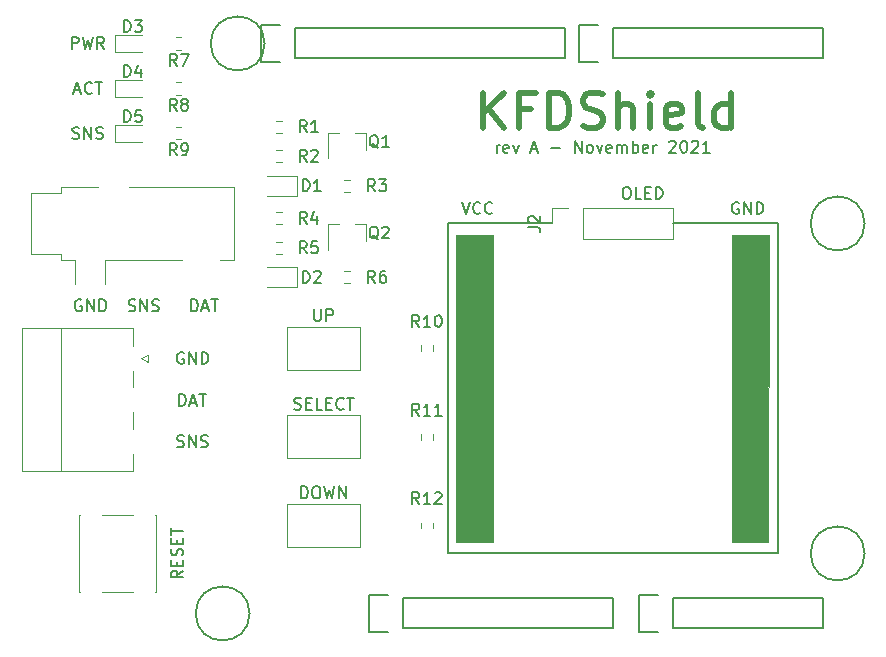
<source format=gbr>
%TF.GenerationSoftware,KiCad,Pcbnew,(5.1.10)-1*%
%TF.CreationDate,2021-11-04T15:07:12-05:00*%
%TF.ProjectId,KVLShield,4b564c53-6869-4656-9c64-2e6b69636164,1.0*%
%TF.SameCoordinates,Original*%
%TF.FileFunction,Legend,Top*%
%TF.FilePolarity,Positive*%
%FSLAX46Y46*%
G04 Gerber Fmt 4.6, Leading zero omitted, Abs format (unit mm)*
G04 Created by KiCad (PCBNEW (5.1.10)-1) date 2021-11-04 15:07:12*
%MOMM*%
%LPD*%
G01*
G04 APERTURE LIST*
%ADD10C,0.150000*%
%ADD11C,0.500000*%
%ADD12C,0.100000*%
%ADD13C,0.120000*%
G04 APERTURE END LIST*
D10*
X148163595Y-84817380D02*
X148163595Y-84150714D01*
X148163595Y-84341190D02*
X148211214Y-84245952D01*
X148258833Y-84198333D01*
X148354071Y-84150714D01*
X148449309Y-84150714D01*
X149163595Y-84769761D02*
X149068357Y-84817380D01*
X148877880Y-84817380D01*
X148782642Y-84769761D01*
X148735023Y-84674523D01*
X148735023Y-84293571D01*
X148782642Y-84198333D01*
X148877880Y-84150714D01*
X149068357Y-84150714D01*
X149163595Y-84198333D01*
X149211214Y-84293571D01*
X149211214Y-84388809D01*
X148735023Y-84484047D01*
X149544547Y-84150714D02*
X149782642Y-84817380D01*
X150020738Y-84150714D01*
X151115976Y-84531666D02*
X151592166Y-84531666D01*
X151020738Y-84817380D02*
X151354071Y-83817380D01*
X151687404Y-84817380D01*
X152782642Y-84436428D02*
X153544547Y-84436428D01*
X154782642Y-84817380D02*
X154782642Y-83817380D01*
X155354071Y-84817380D01*
X155354071Y-83817380D01*
X155973119Y-84817380D02*
X155877880Y-84769761D01*
X155830261Y-84722142D01*
X155782642Y-84626904D01*
X155782642Y-84341190D01*
X155830261Y-84245952D01*
X155877880Y-84198333D01*
X155973119Y-84150714D01*
X156115976Y-84150714D01*
X156211214Y-84198333D01*
X156258833Y-84245952D01*
X156306452Y-84341190D01*
X156306452Y-84626904D01*
X156258833Y-84722142D01*
X156211214Y-84769761D01*
X156115976Y-84817380D01*
X155973119Y-84817380D01*
X156639785Y-84150714D02*
X156877880Y-84817380D01*
X157115976Y-84150714D01*
X157877880Y-84769761D02*
X157782642Y-84817380D01*
X157592166Y-84817380D01*
X157496928Y-84769761D01*
X157449309Y-84674523D01*
X157449309Y-84293571D01*
X157496928Y-84198333D01*
X157592166Y-84150714D01*
X157782642Y-84150714D01*
X157877880Y-84198333D01*
X157925500Y-84293571D01*
X157925500Y-84388809D01*
X157449309Y-84484047D01*
X158354071Y-84817380D02*
X158354071Y-84150714D01*
X158354071Y-84245952D02*
X158401690Y-84198333D01*
X158496928Y-84150714D01*
X158639785Y-84150714D01*
X158735023Y-84198333D01*
X158782642Y-84293571D01*
X158782642Y-84817380D01*
X158782642Y-84293571D02*
X158830261Y-84198333D01*
X158925500Y-84150714D01*
X159068357Y-84150714D01*
X159163595Y-84198333D01*
X159211214Y-84293571D01*
X159211214Y-84817380D01*
X159687404Y-84817380D02*
X159687404Y-83817380D01*
X159687404Y-84198333D02*
X159782642Y-84150714D01*
X159973119Y-84150714D01*
X160068357Y-84198333D01*
X160115976Y-84245952D01*
X160163595Y-84341190D01*
X160163595Y-84626904D01*
X160115976Y-84722142D01*
X160068357Y-84769761D01*
X159973119Y-84817380D01*
X159782642Y-84817380D01*
X159687404Y-84769761D01*
X160973119Y-84769761D02*
X160877880Y-84817380D01*
X160687404Y-84817380D01*
X160592166Y-84769761D01*
X160544547Y-84674523D01*
X160544547Y-84293571D01*
X160592166Y-84198333D01*
X160687404Y-84150714D01*
X160877880Y-84150714D01*
X160973119Y-84198333D01*
X161020738Y-84293571D01*
X161020738Y-84388809D01*
X160544547Y-84484047D01*
X161449309Y-84817380D02*
X161449309Y-84150714D01*
X161449309Y-84341190D02*
X161496928Y-84245952D01*
X161544547Y-84198333D01*
X161639785Y-84150714D01*
X161735023Y-84150714D01*
X162782642Y-83912619D02*
X162830261Y-83865000D01*
X162925500Y-83817380D01*
X163163595Y-83817380D01*
X163258833Y-83865000D01*
X163306452Y-83912619D01*
X163354071Y-84007857D01*
X163354071Y-84103095D01*
X163306452Y-84245952D01*
X162735023Y-84817380D01*
X163354071Y-84817380D01*
X163973119Y-83817380D02*
X164068357Y-83817380D01*
X164163595Y-83865000D01*
X164211214Y-83912619D01*
X164258833Y-84007857D01*
X164306452Y-84198333D01*
X164306452Y-84436428D01*
X164258833Y-84626904D01*
X164211214Y-84722142D01*
X164163595Y-84769761D01*
X164068357Y-84817380D01*
X163973119Y-84817380D01*
X163877880Y-84769761D01*
X163830261Y-84722142D01*
X163782642Y-84626904D01*
X163735023Y-84436428D01*
X163735023Y-84198333D01*
X163782642Y-84007857D01*
X163830261Y-83912619D01*
X163877880Y-83865000D01*
X163973119Y-83817380D01*
X164687404Y-83912619D02*
X164735023Y-83865000D01*
X164830261Y-83817380D01*
X165068357Y-83817380D01*
X165163595Y-83865000D01*
X165211214Y-83912619D01*
X165258833Y-84007857D01*
X165258833Y-84103095D01*
X165211214Y-84245952D01*
X164639785Y-84817380D01*
X165258833Y-84817380D01*
X166211214Y-84817380D02*
X165639785Y-84817380D01*
X165925500Y-84817380D02*
X165925500Y-83817380D01*
X165830261Y-83960238D01*
X165735023Y-84055476D01*
X165639785Y-84103095D01*
D11*
X147037285Y-82722142D02*
X147037285Y-79722142D01*
X148751571Y-82722142D02*
X147465857Y-81007857D01*
X148751571Y-79722142D02*
X147037285Y-81436428D01*
X151037285Y-81150714D02*
X150037285Y-81150714D01*
X150037285Y-82722142D02*
X150037285Y-79722142D01*
X151465857Y-79722142D01*
X152608714Y-82722142D02*
X152608714Y-79722142D01*
X153323000Y-79722142D01*
X153751571Y-79865000D01*
X154037285Y-80150714D01*
X154180142Y-80436428D01*
X154323000Y-81007857D01*
X154323000Y-81436428D01*
X154180142Y-82007857D01*
X154037285Y-82293571D01*
X153751571Y-82579285D01*
X153323000Y-82722142D01*
X152608714Y-82722142D01*
X155465857Y-82579285D02*
X155894428Y-82722142D01*
X156608714Y-82722142D01*
X156894428Y-82579285D01*
X157037285Y-82436428D01*
X157180142Y-82150714D01*
X157180142Y-81865000D01*
X157037285Y-81579285D01*
X156894428Y-81436428D01*
X156608714Y-81293571D01*
X156037285Y-81150714D01*
X155751571Y-81007857D01*
X155608714Y-80865000D01*
X155465857Y-80579285D01*
X155465857Y-80293571D01*
X155608714Y-80007857D01*
X155751571Y-79865000D01*
X156037285Y-79722142D01*
X156751571Y-79722142D01*
X157180142Y-79865000D01*
X158465857Y-82722142D02*
X158465857Y-79722142D01*
X159751571Y-82722142D02*
X159751571Y-81150714D01*
X159608714Y-80865000D01*
X159323000Y-80722142D01*
X158894428Y-80722142D01*
X158608714Y-80865000D01*
X158465857Y-81007857D01*
X161180142Y-82722142D02*
X161180142Y-80722142D01*
X161180142Y-79722142D02*
X161037285Y-79865000D01*
X161180142Y-80007857D01*
X161323000Y-79865000D01*
X161180142Y-79722142D01*
X161180142Y-80007857D01*
X163751571Y-82579285D02*
X163465857Y-82722142D01*
X162894428Y-82722142D01*
X162608714Y-82579285D01*
X162465857Y-82293571D01*
X162465857Y-81150714D01*
X162608714Y-80865000D01*
X162894428Y-80722142D01*
X163465857Y-80722142D01*
X163751571Y-80865000D01*
X163894428Y-81150714D01*
X163894428Y-81436428D01*
X162465857Y-81722142D01*
X165608714Y-82722142D02*
X165323000Y-82579285D01*
X165180142Y-82293571D01*
X165180142Y-79722142D01*
X168037285Y-82722142D02*
X168037285Y-79722142D01*
X168037285Y-82579285D02*
X167751571Y-82722142D01*
X167180142Y-82722142D01*
X166894428Y-82579285D01*
X166751571Y-82436428D01*
X166608714Y-82150714D01*
X166608714Y-81293571D01*
X166751571Y-81007857D01*
X166894428Y-80865000D01*
X167180142Y-80722142D01*
X167751571Y-80722142D01*
X168037285Y-80865000D01*
D10*
X131617047Y-114067380D02*
X131617047Y-113067380D01*
X131855142Y-113067380D01*
X131998000Y-113115000D01*
X132093238Y-113210238D01*
X132140857Y-113305476D01*
X132188476Y-113495952D01*
X132188476Y-113638809D01*
X132140857Y-113829285D01*
X132093238Y-113924523D01*
X131998000Y-114019761D01*
X131855142Y-114067380D01*
X131617047Y-114067380D01*
X132807523Y-113067380D02*
X132998000Y-113067380D01*
X133093238Y-113115000D01*
X133188476Y-113210238D01*
X133236095Y-113400714D01*
X133236095Y-113734047D01*
X133188476Y-113924523D01*
X133093238Y-114019761D01*
X132998000Y-114067380D01*
X132807523Y-114067380D01*
X132712285Y-114019761D01*
X132617047Y-113924523D01*
X132569428Y-113734047D01*
X132569428Y-113400714D01*
X132617047Y-113210238D01*
X132712285Y-113115000D01*
X132807523Y-113067380D01*
X133569428Y-113067380D02*
X133807523Y-114067380D01*
X133998000Y-113353095D01*
X134188476Y-114067380D01*
X134426571Y-113067380D01*
X134807523Y-114067380D02*
X134807523Y-113067380D01*
X135378952Y-114067380D01*
X135378952Y-113067380D01*
X131021809Y-106519761D02*
X131164666Y-106567380D01*
X131402761Y-106567380D01*
X131498000Y-106519761D01*
X131545619Y-106472142D01*
X131593238Y-106376904D01*
X131593238Y-106281666D01*
X131545619Y-106186428D01*
X131498000Y-106138809D01*
X131402761Y-106091190D01*
X131212285Y-106043571D01*
X131117047Y-105995952D01*
X131069428Y-105948333D01*
X131021809Y-105853095D01*
X131021809Y-105757857D01*
X131069428Y-105662619D01*
X131117047Y-105615000D01*
X131212285Y-105567380D01*
X131450380Y-105567380D01*
X131593238Y-105615000D01*
X132021809Y-106043571D02*
X132355142Y-106043571D01*
X132498000Y-106567380D02*
X132021809Y-106567380D01*
X132021809Y-105567380D01*
X132498000Y-105567380D01*
X133402761Y-106567380D02*
X132926571Y-106567380D01*
X132926571Y-105567380D01*
X133736095Y-106043571D02*
X134069428Y-106043571D01*
X134212285Y-106567380D02*
X133736095Y-106567380D01*
X133736095Y-105567380D01*
X134212285Y-105567380D01*
X135212285Y-106472142D02*
X135164666Y-106519761D01*
X135021809Y-106567380D01*
X134926571Y-106567380D01*
X134783714Y-106519761D01*
X134688476Y-106424523D01*
X134640857Y-106329285D01*
X134593238Y-106138809D01*
X134593238Y-105995952D01*
X134640857Y-105805476D01*
X134688476Y-105710238D01*
X134783714Y-105615000D01*
X134926571Y-105567380D01*
X135021809Y-105567380D01*
X135164666Y-105615000D01*
X135212285Y-105662619D01*
X135498000Y-105567380D02*
X136069428Y-105567380D01*
X135783714Y-106567380D02*
X135783714Y-105567380D01*
X132712285Y-98067380D02*
X132712285Y-98876904D01*
X132759904Y-98972142D01*
X132807523Y-99019761D01*
X132902761Y-99067380D01*
X133093238Y-99067380D01*
X133188476Y-99019761D01*
X133236095Y-98972142D01*
X133283714Y-98876904D01*
X133283714Y-98067380D01*
X133759904Y-99067380D02*
X133759904Y-98067380D01*
X134140857Y-98067380D01*
X134236095Y-98115000D01*
X134283714Y-98162619D01*
X134331333Y-98257857D01*
X134331333Y-98400714D01*
X134283714Y-98495952D01*
X134236095Y-98543571D01*
X134140857Y-98591190D01*
X133759904Y-98591190D01*
X145224666Y-88987380D02*
X145558000Y-89987380D01*
X145891333Y-88987380D01*
X146796095Y-89892142D02*
X146748476Y-89939761D01*
X146605619Y-89987380D01*
X146510380Y-89987380D01*
X146367523Y-89939761D01*
X146272285Y-89844523D01*
X146224666Y-89749285D01*
X146177047Y-89558809D01*
X146177047Y-89415952D01*
X146224666Y-89225476D01*
X146272285Y-89130238D01*
X146367523Y-89035000D01*
X146510380Y-88987380D01*
X146605619Y-88987380D01*
X146748476Y-89035000D01*
X146796095Y-89082619D01*
X147796095Y-89892142D02*
X147748476Y-89939761D01*
X147605619Y-89987380D01*
X147510380Y-89987380D01*
X147367523Y-89939761D01*
X147272285Y-89844523D01*
X147224666Y-89749285D01*
X147177047Y-89558809D01*
X147177047Y-89415952D01*
X147224666Y-89225476D01*
X147272285Y-89130238D01*
X147367523Y-89035000D01*
X147510380Y-88987380D01*
X147605619Y-88987380D01*
X147748476Y-89035000D01*
X147796095Y-89082619D01*
X168656095Y-89035000D02*
X168560857Y-88987380D01*
X168418000Y-88987380D01*
X168275142Y-89035000D01*
X168179904Y-89130238D01*
X168132285Y-89225476D01*
X168084666Y-89415952D01*
X168084666Y-89558809D01*
X168132285Y-89749285D01*
X168179904Y-89844523D01*
X168275142Y-89939761D01*
X168418000Y-89987380D01*
X168513238Y-89987380D01*
X168656095Y-89939761D01*
X168703714Y-89892142D01*
X168703714Y-89558809D01*
X168513238Y-89558809D01*
X169132285Y-89987380D02*
X169132285Y-88987380D01*
X169703714Y-89987380D01*
X169703714Y-88987380D01*
X170179904Y-89987380D02*
X170179904Y-88987380D01*
X170418000Y-88987380D01*
X170560857Y-89035000D01*
X170656095Y-89130238D01*
X170703714Y-89225476D01*
X170751333Y-89415952D01*
X170751333Y-89558809D01*
X170703714Y-89749285D01*
X170656095Y-89844523D01*
X170560857Y-89939761D01*
X170418000Y-89987380D01*
X170179904Y-89987380D01*
D12*
G36*
X171206905Y-91819668D02*
G01*
X171157252Y-117774831D01*
X168098867Y-117771507D01*
X168088162Y-91823680D01*
X168101792Y-91816865D01*
X168098656Y-91816344D01*
X171206905Y-91819668D01*
G37*
X171206905Y-91819668D02*
X171157252Y-117774831D01*
X168098867Y-117771507D01*
X168088162Y-91823680D01*
X168101792Y-91816865D01*
X168098656Y-91816344D01*
X171206905Y-91819668D01*
G36*
X147869342Y-91797418D02*
G01*
X147819689Y-117752581D01*
X144761304Y-117749257D01*
X144750599Y-91801430D01*
X144764229Y-91794615D01*
X144761093Y-91794094D01*
X147869342Y-91797418D01*
G37*
X147869342Y-91797418D02*
X147819689Y-117752581D01*
X144761304Y-117749257D01*
X144750599Y-91801430D01*
X144764229Y-91794615D01*
X144761093Y-91794094D01*
X147869342Y-91797418D01*
D10*
X144018000Y-90805000D02*
X152848000Y-90805000D01*
X171958000Y-90805000D02*
X163068000Y-90805000D01*
X171958000Y-118745000D02*
X171958000Y-90805000D01*
X144018000Y-118745000D02*
X171958000Y-118745000D01*
X144018000Y-90805000D02*
X144018000Y-118745000D01*
X121610380Y-120197380D02*
X121134190Y-120530714D01*
X121610380Y-120768809D02*
X120610380Y-120768809D01*
X120610380Y-120387857D01*
X120658000Y-120292619D01*
X120705619Y-120245000D01*
X120800857Y-120197380D01*
X120943714Y-120197380D01*
X121038952Y-120245000D01*
X121086571Y-120292619D01*
X121134190Y-120387857D01*
X121134190Y-120768809D01*
X121086571Y-119768809D02*
X121086571Y-119435476D01*
X121610380Y-119292619D02*
X121610380Y-119768809D01*
X120610380Y-119768809D01*
X120610380Y-119292619D01*
X121562761Y-118911666D02*
X121610380Y-118768809D01*
X121610380Y-118530714D01*
X121562761Y-118435476D01*
X121515142Y-118387857D01*
X121419904Y-118340238D01*
X121324666Y-118340238D01*
X121229428Y-118387857D01*
X121181809Y-118435476D01*
X121134190Y-118530714D01*
X121086571Y-118721190D01*
X121038952Y-118816428D01*
X120991333Y-118864047D01*
X120896095Y-118911666D01*
X120800857Y-118911666D01*
X120705619Y-118864047D01*
X120658000Y-118816428D01*
X120610380Y-118721190D01*
X120610380Y-118483095D01*
X120658000Y-118340238D01*
X121086571Y-117911666D02*
X121086571Y-117578333D01*
X121610380Y-117435476D02*
X121610380Y-117911666D01*
X120610380Y-117911666D01*
X120610380Y-117435476D01*
X120610380Y-117149761D02*
X120610380Y-116578333D01*
X121610380Y-116864047D02*
X120610380Y-116864047D01*
X113012560Y-97287607D02*
X112917321Y-97239987D01*
X112774464Y-97239987D01*
X112631607Y-97287607D01*
X112536369Y-97382845D01*
X112488750Y-97478083D01*
X112441131Y-97668559D01*
X112441131Y-97811416D01*
X112488750Y-98001892D01*
X112536369Y-98097130D01*
X112631607Y-98192368D01*
X112774464Y-98239987D01*
X112869702Y-98239987D01*
X113012560Y-98192368D01*
X113060179Y-98144749D01*
X113060179Y-97811416D01*
X112869702Y-97811416D01*
X113488750Y-98239987D02*
X113488750Y-97239987D01*
X114060179Y-98239987D01*
X114060179Y-97239987D01*
X114536369Y-98239987D02*
X114536369Y-97239987D01*
X114774464Y-97239987D01*
X114917321Y-97287607D01*
X115012560Y-97382845D01*
X115060179Y-97478083D01*
X115107798Y-97668559D01*
X115107798Y-97811416D01*
X115060179Y-98001892D01*
X115012560Y-98097130D01*
X114917321Y-98192368D01*
X114774464Y-98239987D01*
X114536369Y-98239987D01*
X117012560Y-98192368D02*
X117155417Y-98239987D01*
X117393512Y-98239987D01*
X117488750Y-98192368D01*
X117536369Y-98144749D01*
X117583988Y-98049511D01*
X117583988Y-97954273D01*
X117536369Y-97859035D01*
X117488750Y-97811416D01*
X117393512Y-97763797D01*
X117203036Y-97716178D01*
X117107798Y-97668559D01*
X117060179Y-97620940D01*
X117012560Y-97525702D01*
X117012560Y-97430464D01*
X117060179Y-97335226D01*
X117107798Y-97287607D01*
X117203036Y-97239987D01*
X117441131Y-97239987D01*
X117583988Y-97287607D01*
X118012560Y-98239987D02*
X118012560Y-97239987D01*
X118583988Y-98239987D01*
X118583988Y-97239987D01*
X119012560Y-98192368D02*
X119155417Y-98239987D01*
X119393512Y-98239987D01*
X119488750Y-98192368D01*
X119536369Y-98144749D01*
X119583988Y-98049511D01*
X119583988Y-97954273D01*
X119536369Y-97859035D01*
X119488750Y-97811416D01*
X119393512Y-97763797D01*
X119203036Y-97716178D01*
X119107798Y-97668559D01*
X119060179Y-97620940D01*
X119012560Y-97525702D01*
X119012560Y-97430464D01*
X119060179Y-97335226D01*
X119107798Y-97287607D01*
X119203036Y-97239987D01*
X119441131Y-97239987D01*
X119583988Y-97287607D01*
X122298274Y-98239987D02*
X122298274Y-97239987D01*
X122536369Y-97239987D01*
X122679226Y-97287607D01*
X122774464Y-97382845D01*
X122822083Y-97478083D01*
X122869702Y-97668559D01*
X122869702Y-97811416D01*
X122822083Y-98001892D01*
X122774464Y-98097130D01*
X122679226Y-98192368D01*
X122536369Y-98239987D01*
X122298274Y-98239987D01*
X123250655Y-97954273D02*
X123726845Y-97954273D01*
X123155417Y-98239987D02*
X123488750Y-97239987D01*
X123822083Y-98239987D01*
X124012560Y-97239987D02*
X124583988Y-97239987D01*
X124298274Y-98239987D02*
X124298274Y-97239987D01*
X121281472Y-106258728D02*
X121281472Y-105258728D01*
X121519567Y-105258728D01*
X121662424Y-105306348D01*
X121757662Y-105401586D01*
X121805281Y-105496824D01*
X121852901Y-105687300D01*
X121852901Y-105830157D01*
X121805281Y-106020633D01*
X121757662Y-106115871D01*
X121662424Y-106211109D01*
X121519567Y-106258728D01*
X121281472Y-106258728D01*
X122233853Y-105973014D02*
X122710043Y-105973014D01*
X122138615Y-106258728D02*
X122471948Y-105258728D01*
X122805281Y-106258728D01*
X122995758Y-105258728D02*
X123567186Y-105258728D01*
X123281472Y-106258728D02*
X123281472Y-105258728D01*
X121121803Y-109692957D02*
X121264660Y-109740576D01*
X121502756Y-109740576D01*
X121597994Y-109692957D01*
X121645613Y-109645338D01*
X121693232Y-109550100D01*
X121693232Y-109454862D01*
X121645613Y-109359624D01*
X121597994Y-109312005D01*
X121502756Y-109264386D01*
X121312279Y-109216767D01*
X121217041Y-109169148D01*
X121169422Y-109121529D01*
X121121803Y-109026291D01*
X121121803Y-108931053D01*
X121169422Y-108835815D01*
X121217041Y-108788196D01*
X121312279Y-108740576D01*
X121550375Y-108740576D01*
X121693232Y-108788196D01*
X122121803Y-109740576D02*
X122121803Y-108740576D01*
X122693232Y-109740576D01*
X122693232Y-108740576D01*
X123121803Y-109692957D02*
X123264660Y-109740576D01*
X123502756Y-109740576D01*
X123597994Y-109692957D01*
X123645613Y-109645338D01*
X123693232Y-109550100D01*
X123693232Y-109454862D01*
X123645613Y-109359624D01*
X123597994Y-109312005D01*
X123502756Y-109264386D01*
X123312279Y-109216767D01*
X123217041Y-109169148D01*
X123169422Y-109121529D01*
X123121803Y-109026291D01*
X123121803Y-108931053D01*
X123169422Y-108835815D01*
X123217041Y-108788196D01*
X123312279Y-108740576D01*
X123550375Y-108740576D01*
X123693232Y-108788196D01*
X121666095Y-101735000D02*
X121570857Y-101687380D01*
X121428000Y-101687380D01*
X121285142Y-101735000D01*
X121189904Y-101830238D01*
X121142285Y-101925476D01*
X121094666Y-102115952D01*
X121094666Y-102258809D01*
X121142285Y-102449285D01*
X121189904Y-102544523D01*
X121285142Y-102639761D01*
X121428000Y-102687380D01*
X121523238Y-102687380D01*
X121666095Y-102639761D01*
X121713714Y-102592142D01*
X121713714Y-102258809D01*
X121523238Y-102258809D01*
X122142285Y-102687380D02*
X122142285Y-101687380D01*
X122713714Y-102687380D01*
X122713714Y-101687380D01*
X123189904Y-102687380D02*
X123189904Y-101687380D01*
X123428000Y-101687380D01*
X123570857Y-101735000D01*
X123666095Y-101830238D01*
X123713714Y-101925476D01*
X123761333Y-102115952D01*
X123761333Y-102258809D01*
X123713714Y-102449285D01*
X123666095Y-102544523D01*
X123570857Y-102639761D01*
X123428000Y-102687380D01*
X123189904Y-102687380D01*
X112252285Y-83589761D02*
X112395142Y-83637380D01*
X112633238Y-83637380D01*
X112728476Y-83589761D01*
X112776095Y-83542142D01*
X112823714Y-83446904D01*
X112823714Y-83351666D01*
X112776095Y-83256428D01*
X112728476Y-83208809D01*
X112633238Y-83161190D01*
X112442761Y-83113571D01*
X112347523Y-83065952D01*
X112299904Y-83018333D01*
X112252285Y-82923095D01*
X112252285Y-82827857D01*
X112299904Y-82732619D01*
X112347523Y-82685000D01*
X112442761Y-82637380D01*
X112680857Y-82637380D01*
X112823714Y-82685000D01*
X113252285Y-83637380D02*
X113252285Y-82637380D01*
X113823714Y-83637380D01*
X113823714Y-82637380D01*
X114252285Y-83589761D02*
X114395142Y-83637380D01*
X114633238Y-83637380D01*
X114728476Y-83589761D01*
X114776095Y-83542142D01*
X114823714Y-83446904D01*
X114823714Y-83351666D01*
X114776095Y-83256428D01*
X114728476Y-83208809D01*
X114633238Y-83161190D01*
X114442761Y-83113571D01*
X114347523Y-83065952D01*
X114299904Y-83018333D01*
X114252285Y-82923095D01*
X114252285Y-82827857D01*
X114299904Y-82732619D01*
X114347523Y-82685000D01*
X114442761Y-82637380D01*
X114680857Y-82637380D01*
X114823714Y-82685000D01*
X112418952Y-79541666D02*
X112895142Y-79541666D01*
X112323714Y-79827380D02*
X112657047Y-78827380D01*
X112990380Y-79827380D01*
X113895142Y-79732142D02*
X113847523Y-79779761D01*
X113704666Y-79827380D01*
X113609428Y-79827380D01*
X113466571Y-79779761D01*
X113371333Y-79684523D01*
X113323714Y-79589285D01*
X113276095Y-79398809D01*
X113276095Y-79255952D01*
X113323714Y-79065476D01*
X113371333Y-78970238D01*
X113466571Y-78875000D01*
X113609428Y-78827380D01*
X113704666Y-78827380D01*
X113847523Y-78875000D01*
X113895142Y-78922619D01*
X114180857Y-78827380D02*
X114752285Y-78827380D01*
X114466571Y-79827380D02*
X114466571Y-78827380D01*
X112204666Y-76017380D02*
X112204666Y-75017380D01*
X112585619Y-75017380D01*
X112680857Y-75065000D01*
X112728476Y-75112619D01*
X112776095Y-75207857D01*
X112776095Y-75350714D01*
X112728476Y-75445952D01*
X112680857Y-75493571D01*
X112585619Y-75541190D01*
X112204666Y-75541190D01*
X113109428Y-75017380D02*
X113347523Y-76017380D01*
X113538000Y-75303095D01*
X113728476Y-76017380D01*
X113966571Y-75017380D01*
X114918952Y-76017380D02*
X114585619Y-75541190D01*
X114347523Y-76017380D02*
X114347523Y-75017380D01*
X114728476Y-75017380D01*
X114823714Y-75065000D01*
X114871333Y-75112619D01*
X114918952Y-75207857D01*
X114918952Y-75350714D01*
X114871333Y-75445952D01*
X114823714Y-75493571D01*
X114728476Y-75541190D01*
X114347523Y-75541190D01*
X159075619Y-87717380D02*
X159266095Y-87717380D01*
X159361333Y-87765000D01*
X159456571Y-87860238D01*
X159504190Y-88050714D01*
X159504190Y-88384047D01*
X159456571Y-88574523D01*
X159361333Y-88669761D01*
X159266095Y-88717380D01*
X159075619Y-88717380D01*
X158980380Y-88669761D01*
X158885142Y-88574523D01*
X158837523Y-88384047D01*
X158837523Y-88050714D01*
X158885142Y-87860238D01*
X158980380Y-87765000D01*
X159075619Y-87717380D01*
X160408952Y-88717380D02*
X159932761Y-88717380D01*
X159932761Y-87717380D01*
X160742285Y-88193571D02*
X161075619Y-88193571D01*
X161218476Y-88717380D02*
X160742285Y-88717380D01*
X160742285Y-87717380D01*
X161218476Y-87717380D01*
X161647047Y-88717380D02*
X161647047Y-87717380D01*
X161885142Y-87717380D01*
X162028000Y-87765000D01*
X162123238Y-87860238D01*
X162170857Y-87955476D01*
X162218476Y-88145952D01*
X162218476Y-88288809D01*
X162170857Y-88479285D01*
X162123238Y-88574523D01*
X162028000Y-88669761D01*
X161885142Y-88717380D01*
X161647047Y-88717380D01*
D13*
%TO.C,J3*%
X115048000Y-93905000D02*
X115048000Y-95905000D01*
X112448000Y-93905000D02*
X112448000Y-95905000D01*
X121548000Y-93905000D02*
X115048000Y-93905000D01*
X125948000Y-93905000D02*
X124748000Y-93905000D01*
X125948000Y-87705000D02*
X125948000Y-93905000D01*
X117048000Y-87705000D02*
X125948000Y-87705000D01*
X111248000Y-87705000D02*
X114448000Y-87705000D01*
X111248000Y-88205000D02*
X111248000Y-87705000D01*
X108748000Y-88205000D02*
X111248000Y-88205000D01*
X108748000Y-93405000D02*
X108748000Y-88205000D01*
X111248000Y-93405000D02*
X108748000Y-93405000D01*
X111248000Y-93905000D02*
X111248000Y-93405000D01*
X112448000Y-93905000D02*
X111248000Y-93905000D01*
%TO.C,SW1*%
X112848000Y-115515000D02*
X112848000Y-121975000D01*
X117378000Y-115515000D02*
X114778000Y-115515000D01*
X119308000Y-115515000D02*
X119308000Y-121975000D01*
X117378000Y-121975000D02*
X114778000Y-121975000D01*
X119278000Y-115515000D02*
X119308000Y-115515000D01*
X112848000Y-115515000D02*
X112878000Y-115515000D01*
X112848000Y-121975000D02*
X112878000Y-121975000D01*
X119308000Y-121975000D02*
X119278000Y-121975000D01*
%TO.C,Q1*%
X137078000Y-83105000D02*
X137078000Y-84565000D01*
X133918000Y-83105000D02*
X133918000Y-85265000D01*
X133918000Y-83105000D02*
X134848000Y-83105000D01*
X137078000Y-83105000D02*
X136148000Y-83105000D01*
%TO.C,SW4*%
X130438000Y-118175000D02*
X130438000Y-114555000D01*
X136558000Y-118175000D02*
X130438000Y-118175000D01*
X136558000Y-114555000D02*
X136558000Y-118175000D01*
X130438000Y-114555000D02*
X136558000Y-114555000D01*
%TO.C,SW3*%
X130438000Y-110675000D02*
X130438000Y-107055000D01*
X136558000Y-110675000D02*
X130438000Y-110675000D01*
X136558000Y-107055000D02*
X136558000Y-110675000D01*
X130438000Y-107055000D02*
X136558000Y-107055000D01*
%TO.C,SW2*%
X130438000Y-103175000D02*
X130438000Y-99555000D01*
X136558000Y-103175000D02*
X130438000Y-103175000D01*
X136558000Y-99555000D02*
X136558000Y-103175000D01*
X130438000Y-99555000D02*
X136558000Y-99555000D01*
%TO.C,R12*%
X141725500Y-116127742D02*
X141725500Y-116602258D01*
X142770500Y-116127742D02*
X142770500Y-116602258D01*
%TO.C,R11*%
X141725500Y-108627742D02*
X141725500Y-109102258D01*
X142770500Y-108627742D02*
X142770500Y-109102258D01*
%TO.C,R10*%
X141725500Y-101127742D02*
X141725500Y-101602258D01*
X142770500Y-101127742D02*
X142770500Y-101602258D01*
%TO.C,D2*%
X131248000Y-96215000D02*
X128698000Y-96215000D01*
X131248000Y-94515000D02*
X128698000Y-94515000D01*
X131248000Y-96215000D02*
X131248000Y-94515000D01*
%TO.C,D1*%
X131248000Y-88465000D02*
X128698000Y-88465000D01*
X131248000Y-86765000D02*
X128698000Y-86765000D01*
X131248000Y-88465000D02*
X131248000Y-86765000D01*
%TO.C,J1*%
X118678000Y-101935000D02*
X118678000Y-102535000D01*
X118078000Y-102235000D02*
X118678000Y-101935000D01*
X118678000Y-102535000D02*
X118078000Y-102235000D01*
X111278000Y-99675000D02*
X111278000Y-111795000D01*
X117388000Y-106785000D02*
X117388000Y-108185000D01*
X117388000Y-103285000D02*
X117388000Y-104685000D01*
X117388000Y-111795000D02*
X117388000Y-110285000D01*
X117388000Y-99675000D02*
X117388000Y-101185000D01*
X107968000Y-111795000D02*
X117388000Y-111795000D01*
X107968000Y-99675000D02*
X107968000Y-111795000D01*
X117388000Y-99675000D02*
X107968000Y-99675000D01*
%TO.C,R9*%
X121485258Y-82622500D02*
X121010742Y-82622500D01*
X121485258Y-83667500D02*
X121010742Y-83667500D01*
%TO.C,D5*%
X115863000Y-83920000D02*
X118148000Y-83920000D01*
X115863000Y-82450000D02*
X115863000Y-83920000D01*
X118148000Y-82450000D02*
X115863000Y-82450000D01*
%TO.C,D4*%
X115863000Y-80110000D02*
X118148000Y-80110000D01*
X115863000Y-78640000D02*
X115863000Y-80110000D01*
X118148000Y-78640000D02*
X115863000Y-78640000D01*
%TO.C,D3*%
X115863000Y-76300000D02*
X118148000Y-76300000D01*
X115863000Y-74830000D02*
X115863000Y-76300000D01*
X118148000Y-74830000D02*
X115863000Y-74830000D01*
%TO.C,Q2*%
X137078000Y-90855000D02*
X137078000Y-92315000D01*
X133918000Y-90855000D02*
X133918000Y-93015000D01*
X133918000Y-90855000D02*
X134848000Y-90855000D01*
X137078000Y-90855000D02*
X136148000Y-90855000D01*
%TO.C,R8*%
X121485258Y-78852500D02*
X121010742Y-78852500D01*
X121485258Y-79897500D02*
X121010742Y-79897500D01*
%TO.C,R7*%
X121485258Y-75042500D02*
X121010742Y-75042500D01*
X121485258Y-76087500D02*
X121010742Y-76087500D01*
%TO.C,R6*%
X135735258Y-94842500D02*
X135260742Y-94842500D01*
X135735258Y-95887500D02*
X135260742Y-95887500D01*
%TO.C,R5*%
X129510742Y-93387500D02*
X129985258Y-93387500D01*
X129510742Y-92342500D02*
X129985258Y-92342500D01*
%TO.C,R4*%
X129510742Y-90887500D02*
X129985258Y-90887500D01*
X129510742Y-89842500D02*
X129985258Y-89842500D01*
%TO.C,R3*%
X135735258Y-87092500D02*
X135260742Y-87092500D01*
X135735258Y-88137500D02*
X135260742Y-88137500D01*
%TO.C,R2*%
X129510742Y-85637500D02*
X129985258Y-85637500D01*
X129510742Y-84592500D02*
X129985258Y-84592500D01*
%TO.C,R1*%
X129510742Y-83137500D02*
X129985258Y-83137500D01*
X129510742Y-82092500D02*
X129985258Y-82092500D01*
D10*
%TO.C,P1*%
X137388000Y-122275000D02*
X137388000Y-125375000D01*
X138938000Y-122275000D02*
X137388000Y-122275000D01*
X140208000Y-125095000D02*
X140208000Y-122555000D01*
X137388000Y-125375000D02*
X138938000Y-125375000D01*
X157988000Y-122555000D02*
X140208000Y-122555000D01*
X157988000Y-125095000D02*
X157988000Y-122555000D01*
X140208000Y-125095000D02*
X157988000Y-125095000D01*
%TO.C,P2*%
X160248000Y-122275000D02*
X160248000Y-125375000D01*
X161798000Y-122275000D02*
X160248000Y-122275000D01*
X163068000Y-125095000D02*
X163068000Y-122555000D01*
X160248000Y-125375000D02*
X161798000Y-125375000D01*
X175768000Y-122555000D02*
X163068000Y-122555000D01*
X175768000Y-125095000D02*
X175768000Y-122555000D01*
X163068000Y-125095000D02*
X175768000Y-125095000D01*
%TO.C,P3*%
X128244000Y-74015000D02*
X128244000Y-77115000D01*
X129794000Y-74015000D02*
X128244000Y-74015000D01*
X131064000Y-76835000D02*
X131064000Y-74295000D01*
X128244000Y-77115000D02*
X129794000Y-77115000D01*
X153924000Y-74295000D02*
X131064000Y-74295000D01*
X153924000Y-76835000D02*
X153924000Y-74295000D01*
X131064000Y-76835000D02*
X153924000Y-76835000D01*
%TO.C,P4*%
X155168000Y-74015000D02*
X155168000Y-77115000D01*
X156718000Y-74015000D02*
X155168000Y-74015000D01*
X157988000Y-76835000D02*
X157988000Y-74295000D01*
X155168000Y-77115000D02*
X156718000Y-77115000D01*
X175768000Y-74295000D02*
X157988000Y-74295000D01*
X175768000Y-76835000D02*
X175768000Y-74295000D01*
X157988000Y-76835000D02*
X175768000Y-76835000D01*
%TO.C,P5*%
X127254000Y-123825000D02*
G75*
G03*
X127254000Y-123825000I-2286000J0D01*
G01*
%TO.C,P6*%
X179324000Y-118745000D02*
G75*
G03*
X179324000Y-118745000I-2286000J0D01*
G01*
%TO.C,P7*%
X128524000Y-75565000D02*
G75*
G03*
X128524000Y-75565000I-2286000J0D01*
G01*
%TO.C,P8*%
X179324000Y-90805000D02*
G75*
G03*
X179324000Y-90805000I-2286000J0D01*
G01*
D13*
%TO.C,J2*%
X155448000Y-92135000D02*
X155448000Y-89475000D01*
X155448000Y-92135000D02*
X163128000Y-92135000D01*
X163128000Y-92135000D02*
X163128000Y-89475000D01*
X155448000Y-89475000D02*
X163128000Y-89475000D01*
X152848000Y-89475000D02*
X154178000Y-89475000D01*
X152848000Y-90805000D02*
X152848000Y-89475000D01*
%TO.C,Q1*%
D10*
X138152761Y-84412619D02*
X138057523Y-84365000D01*
X137962285Y-84269761D01*
X137819428Y-84126904D01*
X137724190Y-84079285D01*
X137628952Y-84079285D01*
X137676571Y-84317380D02*
X137581333Y-84269761D01*
X137486095Y-84174523D01*
X137438476Y-83984047D01*
X137438476Y-83650714D01*
X137486095Y-83460238D01*
X137581333Y-83365000D01*
X137676571Y-83317380D01*
X137867047Y-83317380D01*
X137962285Y-83365000D01*
X138057523Y-83460238D01*
X138105142Y-83650714D01*
X138105142Y-83984047D01*
X138057523Y-84174523D01*
X137962285Y-84269761D01*
X137867047Y-84317380D01*
X137676571Y-84317380D01*
X139057523Y-84317380D02*
X138486095Y-84317380D01*
X138771809Y-84317380D02*
X138771809Y-83317380D01*
X138676571Y-83460238D01*
X138581333Y-83555476D01*
X138486095Y-83603095D01*
%TO.C,R12*%
X141605142Y-114567380D02*
X141271809Y-114091190D01*
X141033714Y-114567380D02*
X141033714Y-113567380D01*
X141414666Y-113567380D01*
X141509904Y-113615000D01*
X141557523Y-113662619D01*
X141605142Y-113757857D01*
X141605142Y-113900714D01*
X141557523Y-113995952D01*
X141509904Y-114043571D01*
X141414666Y-114091190D01*
X141033714Y-114091190D01*
X142557523Y-114567380D02*
X141986095Y-114567380D01*
X142271809Y-114567380D02*
X142271809Y-113567380D01*
X142176571Y-113710238D01*
X142081333Y-113805476D01*
X141986095Y-113853095D01*
X142938476Y-113662619D02*
X142986095Y-113615000D01*
X143081333Y-113567380D01*
X143319428Y-113567380D01*
X143414666Y-113615000D01*
X143462285Y-113662619D01*
X143509904Y-113757857D01*
X143509904Y-113853095D01*
X143462285Y-113995952D01*
X142890857Y-114567380D01*
X143509904Y-114567380D01*
%TO.C,R11*%
X141605142Y-107067380D02*
X141271809Y-106591190D01*
X141033714Y-107067380D02*
X141033714Y-106067380D01*
X141414666Y-106067380D01*
X141509904Y-106115000D01*
X141557523Y-106162619D01*
X141605142Y-106257857D01*
X141605142Y-106400714D01*
X141557523Y-106495952D01*
X141509904Y-106543571D01*
X141414666Y-106591190D01*
X141033714Y-106591190D01*
X142557523Y-107067380D02*
X141986095Y-107067380D01*
X142271809Y-107067380D02*
X142271809Y-106067380D01*
X142176571Y-106210238D01*
X142081333Y-106305476D01*
X141986095Y-106353095D01*
X143509904Y-107067380D02*
X142938476Y-107067380D01*
X143224190Y-107067380D02*
X143224190Y-106067380D01*
X143128952Y-106210238D01*
X143033714Y-106305476D01*
X142938476Y-106353095D01*
%TO.C,R10*%
X141605142Y-99567380D02*
X141271809Y-99091190D01*
X141033714Y-99567380D02*
X141033714Y-98567380D01*
X141414666Y-98567380D01*
X141509904Y-98615000D01*
X141557523Y-98662619D01*
X141605142Y-98757857D01*
X141605142Y-98900714D01*
X141557523Y-98995952D01*
X141509904Y-99043571D01*
X141414666Y-99091190D01*
X141033714Y-99091190D01*
X142557523Y-99567380D02*
X141986095Y-99567380D01*
X142271809Y-99567380D02*
X142271809Y-98567380D01*
X142176571Y-98710238D01*
X142081333Y-98805476D01*
X141986095Y-98853095D01*
X143176571Y-98567380D02*
X143271809Y-98567380D01*
X143367047Y-98615000D01*
X143414666Y-98662619D01*
X143462285Y-98757857D01*
X143509904Y-98948333D01*
X143509904Y-99186428D01*
X143462285Y-99376904D01*
X143414666Y-99472142D01*
X143367047Y-99519761D01*
X143271809Y-99567380D01*
X143176571Y-99567380D01*
X143081333Y-99519761D01*
X143033714Y-99472142D01*
X142986095Y-99376904D01*
X142938476Y-99186428D01*
X142938476Y-98948333D01*
X142986095Y-98757857D01*
X143033714Y-98662619D01*
X143081333Y-98615000D01*
X143176571Y-98567380D01*
%TO.C,D2*%
X131759904Y-95817380D02*
X131759904Y-94817380D01*
X131998000Y-94817380D01*
X132140857Y-94865000D01*
X132236095Y-94960238D01*
X132283714Y-95055476D01*
X132331333Y-95245952D01*
X132331333Y-95388809D01*
X132283714Y-95579285D01*
X132236095Y-95674523D01*
X132140857Y-95769761D01*
X131998000Y-95817380D01*
X131759904Y-95817380D01*
X132712285Y-94912619D02*
X132759904Y-94865000D01*
X132855142Y-94817380D01*
X133093238Y-94817380D01*
X133188476Y-94865000D01*
X133236095Y-94912619D01*
X133283714Y-95007857D01*
X133283714Y-95103095D01*
X133236095Y-95245952D01*
X132664666Y-95817380D01*
X133283714Y-95817380D01*
%TO.C,D1*%
X131759904Y-88067380D02*
X131759904Y-87067380D01*
X131998000Y-87067380D01*
X132140857Y-87115000D01*
X132236095Y-87210238D01*
X132283714Y-87305476D01*
X132331333Y-87495952D01*
X132331333Y-87638809D01*
X132283714Y-87829285D01*
X132236095Y-87924523D01*
X132140857Y-88019761D01*
X131998000Y-88067380D01*
X131759904Y-88067380D01*
X133283714Y-88067380D02*
X132712285Y-88067380D01*
X132998000Y-88067380D02*
X132998000Y-87067380D01*
X132902761Y-87210238D01*
X132807523Y-87305476D01*
X132712285Y-87353095D01*
%TO.C,R9*%
X121081333Y-85027380D02*
X120748000Y-84551190D01*
X120509904Y-85027380D02*
X120509904Y-84027380D01*
X120890857Y-84027380D01*
X120986095Y-84075000D01*
X121033714Y-84122619D01*
X121081333Y-84217857D01*
X121081333Y-84360714D01*
X121033714Y-84455952D01*
X120986095Y-84503571D01*
X120890857Y-84551190D01*
X120509904Y-84551190D01*
X121557523Y-85027380D02*
X121748000Y-85027380D01*
X121843238Y-84979761D01*
X121890857Y-84932142D01*
X121986095Y-84789285D01*
X122033714Y-84598809D01*
X122033714Y-84217857D01*
X121986095Y-84122619D01*
X121938476Y-84075000D01*
X121843238Y-84027380D01*
X121652761Y-84027380D01*
X121557523Y-84075000D01*
X121509904Y-84122619D01*
X121462285Y-84217857D01*
X121462285Y-84455952D01*
X121509904Y-84551190D01*
X121557523Y-84598809D01*
X121652761Y-84646428D01*
X121843238Y-84646428D01*
X121938476Y-84598809D01*
X121986095Y-84551190D01*
X122033714Y-84455952D01*
%TO.C,D5*%
X116609904Y-82207380D02*
X116609904Y-81207380D01*
X116848000Y-81207380D01*
X116990857Y-81255000D01*
X117086095Y-81350238D01*
X117133714Y-81445476D01*
X117181333Y-81635952D01*
X117181333Y-81778809D01*
X117133714Y-81969285D01*
X117086095Y-82064523D01*
X116990857Y-82159761D01*
X116848000Y-82207380D01*
X116609904Y-82207380D01*
X118086095Y-81207380D02*
X117609904Y-81207380D01*
X117562285Y-81683571D01*
X117609904Y-81635952D01*
X117705142Y-81588333D01*
X117943238Y-81588333D01*
X118038476Y-81635952D01*
X118086095Y-81683571D01*
X118133714Y-81778809D01*
X118133714Y-82016904D01*
X118086095Y-82112142D01*
X118038476Y-82159761D01*
X117943238Y-82207380D01*
X117705142Y-82207380D01*
X117609904Y-82159761D01*
X117562285Y-82112142D01*
%TO.C,D4*%
X116609904Y-78397380D02*
X116609904Y-77397380D01*
X116848000Y-77397380D01*
X116990857Y-77445000D01*
X117086095Y-77540238D01*
X117133714Y-77635476D01*
X117181333Y-77825952D01*
X117181333Y-77968809D01*
X117133714Y-78159285D01*
X117086095Y-78254523D01*
X116990857Y-78349761D01*
X116848000Y-78397380D01*
X116609904Y-78397380D01*
X118038476Y-77730714D02*
X118038476Y-78397380D01*
X117800380Y-77349761D02*
X117562285Y-78064047D01*
X118181333Y-78064047D01*
%TO.C,D3*%
X116609904Y-74587380D02*
X116609904Y-73587380D01*
X116848000Y-73587380D01*
X116990857Y-73635000D01*
X117086095Y-73730238D01*
X117133714Y-73825476D01*
X117181333Y-74015952D01*
X117181333Y-74158809D01*
X117133714Y-74349285D01*
X117086095Y-74444523D01*
X116990857Y-74539761D01*
X116848000Y-74587380D01*
X116609904Y-74587380D01*
X117514666Y-73587380D02*
X118133714Y-73587380D01*
X117800380Y-73968333D01*
X117943238Y-73968333D01*
X118038476Y-74015952D01*
X118086095Y-74063571D01*
X118133714Y-74158809D01*
X118133714Y-74396904D01*
X118086095Y-74492142D01*
X118038476Y-74539761D01*
X117943238Y-74587380D01*
X117657523Y-74587380D01*
X117562285Y-74539761D01*
X117514666Y-74492142D01*
%TO.C,Q2*%
X138152761Y-92162619D02*
X138057523Y-92115000D01*
X137962285Y-92019761D01*
X137819428Y-91876904D01*
X137724190Y-91829285D01*
X137628952Y-91829285D01*
X137676571Y-92067380D02*
X137581333Y-92019761D01*
X137486095Y-91924523D01*
X137438476Y-91734047D01*
X137438476Y-91400714D01*
X137486095Y-91210238D01*
X137581333Y-91115000D01*
X137676571Y-91067380D01*
X137867047Y-91067380D01*
X137962285Y-91115000D01*
X138057523Y-91210238D01*
X138105142Y-91400714D01*
X138105142Y-91734047D01*
X138057523Y-91924523D01*
X137962285Y-92019761D01*
X137867047Y-92067380D01*
X137676571Y-92067380D01*
X138486095Y-91162619D02*
X138533714Y-91115000D01*
X138628952Y-91067380D01*
X138867047Y-91067380D01*
X138962285Y-91115000D01*
X139009904Y-91162619D01*
X139057523Y-91257857D01*
X139057523Y-91353095D01*
X139009904Y-91495952D01*
X138438476Y-92067380D01*
X139057523Y-92067380D01*
%TO.C,R8*%
X121081333Y-81257380D02*
X120748000Y-80781190D01*
X120509904Y-81257380D02*
X120509904Y-80257380D01*
X120890857Y-80257380D01*
X120986095Y-80305000D01*
X121033714Y-80352619D01*
X121081333Y-80447857D01*
X121081333Y-80590714D01*
X121033714Y-80685952D01*
X120986095Y-80733571D01*
X120890857Y-80781190D01*
X120509904Y-80781190D01*
X121652761Y-80685952D02*
X121557523Y-80638333D01*
X121509904Y-80590714D01*
X121462285Y-80495476D01*
X121462285Y-80447857D01*
X121509904Y-80352619D01*
X121557523Y-80305000D01*
X121652761Y-80257380D01*
X121843238Y-80257380D01*
X121938476Y-80305000D01*
X121986095Y-80352619D01*
X122033714Y-80447857D01*
X122033714Y-80495476D01*
X121986095Y-80590714D01*
X121938476Y-80638333D01*
X121843238Y-80685952D01*
X121652761Y-80685952D01*
X121557523Y-80733571D01*
X121509904Y-80781190D01*
X121462285Y-80876428D01*
X121462285Y-81066904D01*
X121509904Y-81162142D01*
X121557523Y-81209761D01*
X121652761Y-81257380D01*
X121843238Y-81257380D01*
X121938476Y-81209761D01*
X121986095Y-81162142D01*
X122033714Y-81066904D01*
X122033714Y-80876428D01*
X121986095Y-80781190D01*
X121938476Y-80733571D01*
X121843238Y-80685952D01*
%TO.C,R7*%
X121081333Y-77447380D02*
X120748000Y-76971190D01*
X120509904Y-77447380D02*
X120509904Y-76447380D01*
X120890857Y-76447380D01*
X120986095Y-76495000D01*
X121033714Y-76542619D01*
X121081333Y-76637857D01*
X121081333Y-76780714D01*
X121033714Y-76875952D01*
X120986095Y-76923571D01*
X120890857Y-76971190D01*
X120509904Y-76971190D01*
X121414666Y-76447380D02*
X122081333Y-76447380D01*
X121652761Y-77447380D01*
%TO.C,R6*%
X137871333Y-95817380D02*
X137538000Y-95341190D01*
X137299904Y-95817380D02*
X137299904Y-94817380D01*
X137680857Y-94817380D01*
X137776095Y-94865000D01*
X137823714Y-94912619D01*
X137871333Y-95007857D01*
X137871333Y-95150714D01*
X137823714Y-95245952D01*
X137776095Y-95293571D01*
X137680857Y-95341190D01*
X137299904Y-95341190D01*
X138728476Y-94817380D02*
X138538000Y-94817380D01*
X138442761Y-94865000D01*
X138395142Y-94912619D01*
X138299904Y-95055476D01*
X138252285Y-95245952D01*
X138252285Y-95626904D01*
X138299904Y-95722142D01*
X138347523Y-95769761D01*
X138442761Y-95817380D01*
X138633238Y-95817380D01*
X138728476Y-95769761D01*
X138776095Y-95722142D01*
X138823714Y-95626904D01*
X138823714Y-95388809D01*
X138776095Y-95293571D01*
X138728476Y-95245952D01*
X138633238Y-95198333D01*
X138442761Y-95198333D01*
X138347523Y-95245952D01*
X138299904Y-95293571D01*
X138252285Y-95388809D01*
%TO.C,R5*%
X132081333Y-93317380D02*
X131748000Y-92841190D01*
X131509904Y-93317380D02*
X131509904Y-92317380D01*
X131890857Y-92317380D01*
X131986095Y-92365000D01*
X132033714Y-92412619D01*
X132081333Y-92507857D01*
X132081333Y-92650714D01*
X132033714Y-92745952D01*
X131986095Y-92793571D01*
X131890857Y-92841190D01*
X131509904Y-92841190D01*
X132986095Y-92317380D02*
X132509904Y-92317380D01*
X132462285Y-92793571D01*
X132509904Y-92745952D01*
X132605142Y-92698333D01*
X132843238Y-92698333D01*
X132938476Y-92745952D01*
X132986095Y-92793571D01*
X133033714Y-92888809D01*
X133033714Y-93126904D01*
X132986095Y-93222142D01*
X132938476Y-93269761D01*
X132843238Y-93317380D01*
X132605142Y-93317380D01*
X132509904Y-93269761D01*
X132462285Y-93222142D01*
%TO.C,R4*%
X132081333Y-90817380D02*
X131748000Y-90341190D01*
X131509904Y-90817380D02*
X131509904Y-89817380D01*
X131890857Y-89817380D01*
X131986095Y-89865000D01*
X132033714Y-89912619D01*
X132081333Y-90007857D01*
X132081333Y-90150714D01*
X132033714Y-90245952D01*
X131986095Y-90293571D01*
X131890857Y-90341190D01*
X131509904Y-90341190D01*
X132938476Y-90150714D02*
X132938476Y-90817380D01*
X132700380Y-89769761D02*
X132462285Y-90484047D01*
X133081333Y-90484047D01*
%TO.C,R3*%
X137871333Y-88067380D02*
X137538000Y-87591190D01*
X137299904Y-88067380D02*
X137299904Y-87067380D01*
X137680857Y-87067380D01*
X137776095Y-87115000D01*
X137823714Y-87162619D01*
X137871333Y-87257857D01*
X137871333Y-87400714D01*
X137823714Y-87495952D01*
X137776095Y-87543571D01*
X137680857Y-87591190D01*
X137299904Y-87591190D01*
X138204666Y-87067380D02*
X138823714Y-87067380D01*
X138490380Y-87448333D01*
X138633238Y-87448333D01*
X138728476Y-87495952D01*
X138776095Y-87543571D01*
X138823714Y-87638809D01*
X138823714Y-87876904D01*
X138776095Y-87972142D01*
X138728476Y-88019761D01*
X138633238Y-88067380D01*
X138347523Y-88067380D01*
X138252285Y-88019761D01*
X138204666Y-87972142D01*
%TO.C,R2*%
X132081333Y-85567380D02*
X131748000Y-85091190D01*
X131509904Y-85567380D02*
X131509904Y-84567380D01*
X131890857Y-84567380D01*
X131986095Y-84615000D01*
X132033714Y-84662619D01*
X132081333Y-84757857D01*
X132081333Y-84900714D01*
X132033714Y-84995952D01*
X131986095Y-85043571D01*
X131890857Y-85091190D01*
X131509904Y-85091190D01*
X132462285Y-84662619D02*
X132509904Y-84615000D01*
X132605142Y-84567380D01*
X132843238Y-84567380D01*
X132938476Y-84615000D01*
X132986095Y-84662619D01*
X133033714Y-84757857D01*
X133033714Y-84853095D01*
X132986095Y-84995952D01*
X132414666Y-85567380D01*
X133033714Y-85567380D01*
%TO.C,R1*%
X132081333Y-83067380D02*
X131748000Y-82591190D01*
X131509904Y-83067380D02*
X131509904Y-82067380D01*
X131890857Y-82067380D01*
X131986095Y-82115000D01*
X132033714Y-82162619D01*
X132081333Y-82257857D01*
X132081333Y-82400714D01*
X132033714Y-82495952D01*
X131986095Y-82543571D01*
X131890857Y-82591190D01*
X131509904Y-82591190D01*
X133033714Y-83067380D02*
X132462285Y-83067380D01*
X132748000Y-83067380D02*
X132748000Y-82067380D01*
X132652761Y-82210238D01*
X132557523Y-82305476D01*
X132462285Y-82353095D01*
%TO.C,J2*%
X150860380Y-91138333D02*
X151574666Y-91138333D01*
X151717523Y-91185952D01*
X151812761Y-91281190D01*
X151860380Y-91424047D01*
X151860380Y-91519285D01*
X150955619Y-90709761D02*
X150908000Y-90662142D01*
X150860380Y-90566904D01*
X150860380Y-90328809D01*
X150908000Y-90233571D01*
X150955619Y-90185952D01*
X151050857Y-90138333D01*
X151146095Y-90138333D01*
X151288952Y-90185952D01*
X151860380Y-90757380D01*
X151860380Y-90138333D01*
%TD*%
M02*

</source>
